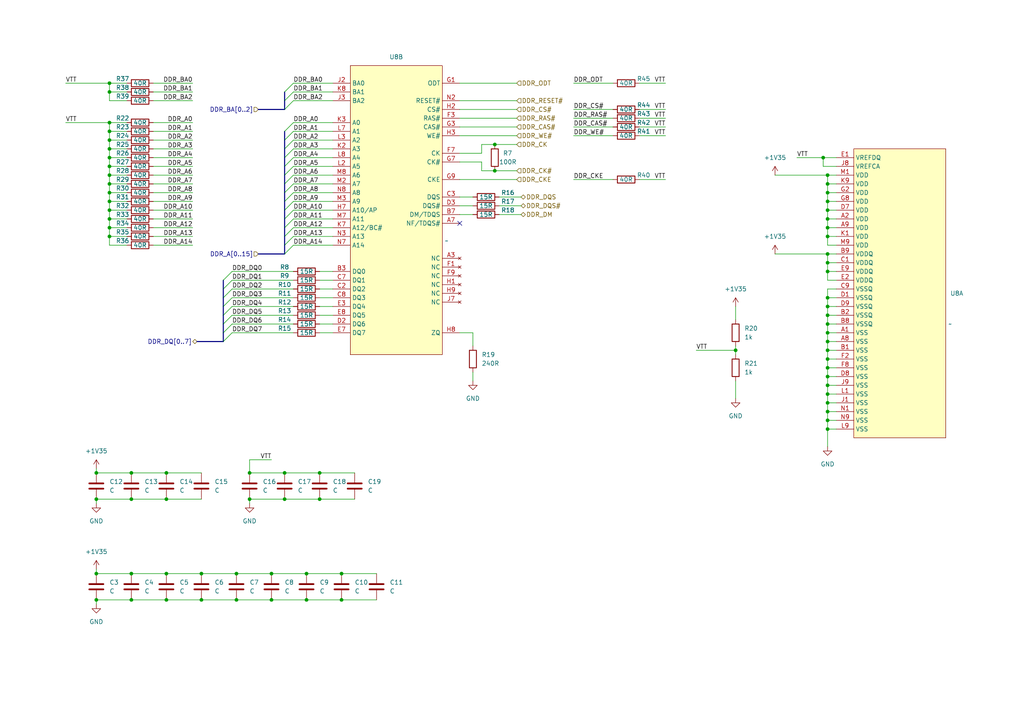
<source format=kicad_sch>
(kicad_sch (version 20230121) (generator eeschema)
  (paper "A4")
  (lib_symbols
    (symbol "Device:C" (pin_numbers hide) (pin_names (offset 0.254))
      (property "Reference" "C" (at 0.635 2.54 0))
      (property "Value" "C" (at 0.635 -2.54 0))
      (symbol "C_0_1"
        (polyline (pts (xy -2.032 -0.762) (xy 2.032 -0.762)) (stroke (width 0.508)))
        (polyline (pts (xy -2.032 0.762) (xy 2.032 0.762)) (stroke (width 0.508)))
      )
      (symbol "C_1_1"
        (pin passive line (at 0 3.81 270) (length 2.794) (name "~") (number "1"))
        (pin passive line (at 0 -3.81 90) (length 2.794) (name "~") (number "2"))
      )
    )
    (symbol "Device:R" (pin_numbers hide) (pin_names (offset 0))
      (property "Reference" "R" (at 2.032 0 90))
      (property "Value" "R" (at 0 0 90))
      (symbol "R_0_1"
        (rectangle (start -1.016 -2.54) (end 1.016 2.54) (stroke (width 0.254)))
      )
      (symbol "R_1_1"
        (pin passive line (at 0 3.81 270) (length 1.27) (name "~") (number "1"))
        (pin passive line (at 0 -3.81 90) (length 1.27) (name "~") (number "2"))
      )
    )
    (symbol "IC:MT41K256M8DA"
      (property "Reference" "U" (at 1.27 1.27 0))
      (symbol "MT41K256M8DA_0_1"
        (rectangle (start 0 0) (end 26.67 -83.82) (fill (type background)))
      )
      (symbol "MT41K256M8DA_1_1"
        (unit_name "POWER")
        (pin passive line (at -5.08 -53.34 0) (length 5.08) (name "VSS") (number "A1"))
        (pin power_in line (at -5.08 -20.32 0) (length 5.08) (name "VDD") (number "A2"))
        (pin passive line (at -5.08 -55.88 0) (length 5.08) (name "VSS") (number "A8"))
        (pin power_in line (at -5.08 -22.86 0) (length 5.08) (name "VDD") (number "A9"))
        (pin passive line (at -5.08 -58.42 0) (length 5.08) (name "VSS") (number "B1"))
        (pin passive line (at -5.08 -48.26 0) (length 5.08) (name "VSSQ") (number "B2"))
        (pin passive line (at -5.08 -50.8 0) (length 5.08) (name "VSSQ") (number "B8"))
        (pin power_in line (at -5.08 -30.48 0) (length 5.08) (name "VDDQ") (number "B9"))
        (pin power_in line (at -5.08 -33.02 0) (length 5.08) (name "VDDQ") (number "C1"))
        (pin passive line (at -5.08 -40.64 0) (length 5.08) (name "VSSQ") (number "C9"))
        (pin passive line (at -5.08 -43.18 0) (length 5.08) (name "VSSQ") (number "D1"))
        (pin power_in line (at -5.08 -17.78 0) (length 5.08) (name "VDD") (number "D7"))
        (pin passive line (at -5.08 -66.04 0) (length 5.08) (name "VSS") (number "D8"))
        (pin passive line (at -5.08 -45.72 0) (length 5.08) (name "VSSQ") (number "D9"))
        (pin input line (at -5.08 -2.54 0) (length 5.08) (name "VREFDQ") (number "E1"))
        (pin power_in line (at -5.08 -38.1 0) (length 5.08) (name "VDDQ") (number "E2"))
        (pin power_in line (at -5.08 -35.56 0) (length 5.08) (name "VDDQ") (number "E9"))
        (pin passive line (at -5.08 -60.96 0) (length 5.08) (name "VSS") (number "F2"))
        (pin passive line (at -5.08 -63.5 0) (length 5.08) (name "VSS") (number "F8"))
        (pin power_in line (at -5.08 -12.7 0) (length 5.08) (name "VDD") (number "G2"))
        (pin power_in line (at -5.08 -15.24 0) (length 5.08) (name "VDD") (number "G8"))
        (pin passive line (at -5.08 -73.66 0) (length 5.08) (name "VSS") (number "J1"))
        (pin input line (at -5.08 -5.08 0) (length 5.08) (name "VREFCA") (number "J8"))
        (pin passive line (at -5.08 -68.58 0) (length 5.08) (name "VSS") (number "J9"))
        (pin power_in line (at -5.08 -25.4 0) (length 5.08) (name "VDD") (number "K1"))
        (pin power_in line (at -5.08 -10.16 0) (length 5.08) (name "VDD") (number "K9"))
        (pin passive line (at -5.08 -71.12 0) (length 5.08) (name "VSS") (number "L1"))
        (pin passive line (at -5.08 -81.28 0) (length 5.08) (name "VSS") (number "L9"))
        (pin power_in line (at -5.08 -7.62 0) (length 5.08) (name "VDD") (number "M1"))
        (pin power_in line (at -5.08 -27.94 0) (length 5.08) (name "VDD") (number "M9"))
        (pin passive line (at -5.08 -76.2 0) (length 5.08) (name "VSS") (number "N1"))
        (pin passive line (at -5.08 -78.74 0) (length 5.08) (name "VSS") (number "N9"))
      )
      (symbol "MT41K256M8DA_2_1"
        (unit_name "DATA_CONTROL")
        (pin no_connect line (at 31.75 -55.88 180) (length 5.08) (name "NC") (number "A3"))
        (pin bidirectional line (at 31.75 -45.72 180) (length 5.08) (name "NF/TDQS#") (number "A7"))
        (pin bidirectional line (at -5.08 -59.69 0) (length 5.08) (name "DQ0") (number "B3"))
        (pin bidirectional line (at 31.75 -43.18 180) (length 5.08) (name "DM/TDQS") (number "B7"))
        (pin bidirectional line (at -5.08 -64.77 0) (length 5.08) (name "DQ2") (number "C2"))
        (pin bidirectional line (at 31.75 -38.1 180) (length 5.08) (name "DQS") (number "C3"))
        (pin bidirectional line (at -5.08 -62.23 0) (length 5.08) (name "DQ1") (number "C7"))
        (pin bidirectional line (at -5.08 -67.31 0) (length 5.08) (name "DQ3") (number "C8"))
        (pin bidirectional line (at -5.08 -74.93 0) (length 5.08) (name "DQ6") (number "D2"))
        (pin bidirectional line (at 31.75 -40.64 180) (length 5.08) (name "DQS#") (number "D3"))
        (pin bidirectional line (at -5.08 -69.85 0) (length 5.08) (name "DQ4") (number "E3"))
        (pin bidirectional line (at -5.08 -77.47 0) (length 5.08) (name "DQ7") (number "E7"))
        (pin bidirectional line (at -5.08 -72.39 0) (length 5.08) (name "DQ5") (number "E8"))
        (pin no_connect line (at 31.75 -58.42 180) (length 5.08) (name "NC") (number "F1"))
        (pin input line (at 31.75 -15.24 180) (length 5.08) (name "RAS#") (number "F3"))
        (pin input line (at 31.75 -25.4 180) (length 5.08) (name "CK") (number "F7"))
        (pin no_connect line (at 31.75 -60.96 180) (length 5.08) (name "NC") (number "F9"))
        (pin passive line (at 31.75 -5.08 180) (length 5.08) (name "ODT") (number "G1"))
        (pin input line (at 31.75 -17.78 180) (length 5.08) (name "CAS#") (number "G3"))
        (pin input line (at 31.75 -27.94 180) (length 5.08) (name "CK#") (number "G7"))
        (pin input line (at 31.75 -33.02 180) (length 5.08) (name "CKE") (number "G9"))
        (pin no_connect line (at 31.75 -63.5 180) (length 5.08) (name "NC") (number "H1"))
        (pin input line (at 31.75 -12.7 180) (length 5.08) (name "CS#") (number "H2"))
        (pin input line (at 31.75 -20.32 180) (length 5.08) (name "WE#") (number "H3"))
        (pin input line (at -5.08 -41.91 0) (length 5.08) (name "A10/AP") (number "H7"))
        (pin passive line (at 31.75 -77.47 180) (length 5.08) (name "ZQ") (number "H8"))
        (pin no_connect line (at 31.75 -66.04 180) (length 5.08) (name "NC") (number "H9"))
        (pin input line (at -5.08 -5.08 0) (length 5.08) (name "BA0") (number "J2"))
        (pin input line (at -5.08 -10.16 0) (length 5.08) (name "BA2") (number "J3"))
        (pin no_connect line (at 31.75 -68.58 180) (length 5.08) (name "NC") (number "J7"))
        (pin input line (at -5.08 -24.13 0) (length 5.08) (name "A3") (number "K2"))
        (pin input line (at -5.08 -16.51 0) (length 5.08) (name "A0") (number "K3"))
        (pin input line (at -5.08 -46.99 0) (length 5.08) (name "A12/BC#") (number "K7"))
        (pin input line (at -5.08 -7.62 0) (length 5.08) (name "BA1") (number "K8"))
        (pin input line (at -5.08 -29.21 0) (length 5.08) (name "A5") (number "L2"))
        (pin input line (at -5.08 -21.59 0) (length 5.08) (name "A2") (number "L3"))
        (pin input line (at -5.08 -19.05 0) (length 5.08) (name "A1") (number "L7"))
        (pin input line (at -5.08 -26.67 0) (length 5.08) (name "A4") (number "L8"))
        (pin input line (at -5.08 -34.29 0) (length 5.08) (name "A7") (number "M2"))
        (pin input line (at -5.08 -39.37 0) (length 5.08) (name "A9") (number "M3"))
        (pin input line (at -5.08 -44.45 0) (length 5.08) (name "A11") (number "M7"))
        (pin input line (at -5.08 -31.75 0) (length 5.08) (name "A6") (number "M8"))
        (pin input line (at 31.75 -10.16 180) (length 5.08) (name "RESET#") (number "N2"))
        (pin input line (at -5.08 -49.53 0) (length 5.08) (name "A13") (number "N3"))
        (pin input line (at -5.08 -52.07 0) (length 5.08) (name "A14") (number "N7"))
        (pin input line (at -5.08 -36.83 0) (length 5.08) (name "A8") (number "N8"))
      )
    )
    (symbol "power:+1V35" (power) (pin_names (offset 0))
      (property "Value" "+1V35" (at 0 3.556 0))
      (symbol "+1V35_0_1"
        (polyline (pts (xy -0.762 1.27) (xy 0 2.54)))
        (polyline (pts (xy 0 0) (xy 0 2.54)))
        (polyline (pts (xy 0 2.54) (xy 0.762 1.27)))
      )
      (symbol "+1V35_1_1"
        (pin power_in line (at 0 0 90) (length 0) hide (name "+1V35") (number "1"))
      )
    )
    (symbol "power:GND" (power) (pin_names (offset 0))
      (property "Value" "GND" (at 0 -3.81 0))
      (symbol "GND_0_1"
        (polyline (pts (xy 0 0) (xy 0 -1.27) (xy 1.27 -1.27) (xy 0 -2.54) (xy -1.27 -1.27) (xy 0 -1.27)))
      )
      (symbol "GND_1_1"
        (pin power_in line (at 0 0 270) (length 0) hide (name "GND") (number "1"))
      )
    )
  )
  (junction (at 31.75 63.5))
  (junction (at 38.1 137.16))
  (junction (at 240.03 66.04))
  (junction (at 72.39 144.78))
  (junction (at 240.03 96.52))
  (junction (at 92.71 137.16))
  (junction (at 31.75 40.64))
  (junction (at 240.03 63.5))
  (junction (at 240.03 53.34))
  (junction (at 82.55 144.78))
  (junction (at 240.03 109.22))
  (junction (at 213.36 101.6))
  (junction (at 240.03 55.88))
  (junction (at 240.03 78.74))
  (junction (at 48.26 137.16))
  (junction (at 240.03 121.92))
  (junction (at 240.03 114.3))
  (junction (at 240.03 76.2))
  (junction (at 31.75 50.8))
  (junction (at 240.03 124.46))
  (junction (at 48.26 144.78))
  (junction (at 240.03 68.58))
  (junction (at 31.75 38.1))
  (junction (at 240.03 58.42))
  (junction (at 238.76 45.72))
  (junction (at 240.03 50.8))
  (junction (at 31.75 24.13))
  (junction (at 31.75 60.96))
  (junction (at 31.75 55.88))
  (junction (at 31.75 58.42))
  (junction (at 38.1 173.99))
  (junction (at 78.74 173.99))
  (junction (at 48.26 166.37))
  (junction (at 27.94 137.16))
  (junction (at 240.03 99.06))
  (junction (at 31.75 26.67))
  (junction (at 78.74 166.37))
  (junction (at 38.1 144.78))
  (junction (at 88.9 173.99))
  (junction (at 31.75 68.58))
  (junction (at 68.58 173.99))
  (junction (at 240.03 119.38))
  (junction (at 240.03 101.6))
  (junction (at 240.03 116.84))
  (junction (at 99.06 173.99))
  (junction (at 31.75 48.26))
  (junction (at 38.1 166.37))
  (junction (at 58.42 166.37))
  (junction (at 82.55 137.16))
  (junction (at 48.26 173.99))
  (junction (at 240.03 111.76))
  (junction (at 240.03 60.96))
  (junction (at 31.75 53.34))
  (junction (at 27.94 173.99))
  (junction (at 240.03 88.9))
  (junction (at 240.03 104.14))
  (junction (at 58.42 173.99))
  (junction (at 31.75 43.18))
  (junction (at 88.9 166.37))
  (junction (at 68.58 166.37))
  (junction (at 27.94 166.37))
  (junction (at 240.03 93.98))
  (junction (at 99.06 166.37))
  (junction (at 143.51 41.91))
  (junction (at 72.39 137.16))
  (junction (at 31.75 45.72))
  (junction (at 240.03 86.36))
  (junction (at 27.94 144.78))
  (junction (at 143.51 49.53))
  (junction (at 31.75 66.04))
  (junction (at 240.03 106.68))
  (junction (at 240.03 91.44))
  (junction (at 31.75 35.56))
  (junction (at 92.71 144.78))
  (junction (at 240.03 73.66))
  (no_connect (at 133.35 64.77))
  (bus_entry (at 85.09 60.96) (size -2.54 2.54))
  (bus_entry (at 85.09 43.18) (size -2.54 2.54))
  (bus_entry (at 85.09 68.58) (size -2.54 2.54))
  (bus_entry (at 85.09 53.34) (size -2.54 2.54))
  (bus_entry (at 85.09 45.72) (size -2.54 2.54))
  (bus_entry (at 85.09 40.64) (size -2.54 2.54))
  (bus_entry (at 64.77 93.98) (size 2.54 -2.54))
  (bus_entry (at 85.09 71.12) (size -2.54 2.54))
  (bus_entry (at 85.09 29.21) (size -2.54 2.54))
  (bus_entry (at 85.09 48.26) (size -2.54 2.54))
  (bus_entry (at 85.09 26.67) (size -2.54 2.54))
  (bus_entry (at 85.09 24.13) (size -2.54 2.54))
  (bus_entry (at 64.77 88.9) (size 2.54 -2.54))
  (bus_entry (at 85.09 55.88) (size -2.54 2.54))
  (bus_entry (at 85.09 58.42) (size -2.54 2.54))
  (bus_entry (at 85.09 50.8) (size -2.54 2.54))
  (bus_entry (at 85.09 38.1) (size -2.54 2.54))
  (bus_entry (at 85.09 63.5) (size -2.54 2.54))
  (bus_entry (at 64.77 91.44) (size 2.54 -2.54))
  (bus_entry (at 64.77 81.28) (size 2.54 -2.54))
  (bus_entry (at 64.77 99.06) (size 2.54 -2.54))
  (bus_entry (at 64.77 96.52) (size 2.54 -2.54))
  (bus_entry (at 64.77 83.82) (size 2.54 -2.54))
  (bus_entry (at 85.09 66.04) (size -2.54 2.54))
  (bus_entry (at 64.77 86.36) (size 2.54 -2.54))
  (bus_entry (at 85.09 35.56) (size -2.54 2.54))
  (wire (pts (xy 85.09 26.67) (xy 96.52 26.67)))
  (wire (pts (xy 67.31 96.52) (xy 85.09 96.52)))
  (wire (pts (xy 27.94 173.99) (xy 38.1 173.99)))
  (bus (pts (xy 64.77 86.36) (xy 64.77 88.9)))
  (wire (pts (xy 92.71 83.82) (xy 96.52 83.82)))
  (wire (pts (xy 31.75 38.1) (xy 31.75 40.64)))
  (wire (pts (xy 82.55 137.16) (xy 92.71 137.16)))
  (wire (pts (xy 240.03 68.58) (xy 242.57 68.58)))
  (wire (pts (xy 55.88 40.64) (xy 44.45 40.64)))
  (wire (pts (xy 240.03 50.8) (xy 242.57 50.8)))
  (bus (pts (xy 82.55 63.5) (xy 82.55 66.04)))
  (wire (pts (xy 224.79 73.66) (xy 240.03 73.66)))
  (wire (pts (xy 31.75 40.64) (xy 31.75 43.18)))
  (wire (pts (xy 139.7 41.91) (xy 143.51 41.91)))
  (wire (pts (xy 133.35 39.37) (xy 149.86 39.37)))
  (wire (pts (xy 31.75 68.58) (xy 36.83 68.58)))
  (wire (pts (xy 240.03 93.98) (xy 242.57 93.98)))
  (bus (pts (xy 82.55 29.21) (xy 82.55 31.75)))
  (wire (pts (xy 55.88 50.8) (xy 44.45 50.8)))
  (wire (pts (xy 240.03 63.5) (xy 240.03 60.96)))
  (wire (pts (xy 133.35 44.45) (xy 139.7 44.45)))
  (wire (pts (xy 137.16 57.15) (xy 133.35 57.15)))
  (wire (pts (xy 240.03 86.36) (xy 240.03 83.82)))
  (wire (pts (xy 85.09 43.18) (xy 96.52 43.18)))
  (wire (pts (xy 27.94 144.78) (xy 38.1 144.78)))
  (wire (pts (xy 27.94 173.99) (xy 27.94 175.26)))
  (wire (pts (xy 242.57 73.66) (xy 240.03 73.66)))
  (wire (pts (xy 92.71 88.9) (xy 96.52 88.9)))
  (bus (pts (xy 74.93 31.75) (xy 82.55 31.75)))
  (wire (pts (xy 144.78 57.15) (xy 151.13 57.15)))
  (wire (pts (xy 67.31 93.98) (xy 85.09 93.98)))
  (bus (pts (xy 64.77 88.9) (xy 64.77 91.44)))
  (bus (pts (xy 82.55 40.64) (xy 82.55 43.18)))
  (wire (pts (xy 31.75 43.18) (xy 31.75 45.72)))
  (wire (pts (xy 201.93 101.6) (xy 213.36 101.6)))
  (wire (pts (xy 240.03 109.22) (xy 240.03 106.68)))
  (wire (pts (xy 139.7 49.53) (xy 143.51 49.53)))
  (wire (pts (xy 85.09 35.56) (xy 96.52 35.56)))
  (wire (pts (xy 31.75 48.26) (xy 36.83 48.26)))
  (wire (pts (xy 240.03 104.14) (xy 240.03 101.6)))
  (wire (pts (xy 85.09 53.34) (xy 96.52 53.34)))
  (wire (pts (xy 238.76 48.26) (xy 242.57 48.26)))
  (wire (pts (xy 240.03 71.12) (xy 240.03 68.58)))
  (wire (pts (xy 85.09 60.96) (xy 96.52 60.96)))
  (wire (pts (xy 55.88 48.26) (xy 44.45 48.26)))
  (wire (pts (xy 58.42 173.99) (xy 68.58 173.99)))
  (wire (pts (xy 240.03 88.9) (xy 240.03 86.36)))
  (wire (pts (xy 240.03 101.6) (xy 242.57 101.6)))
  (wire (pts (xy 240.03 60.96) (xy 242.57 60.96)))
  (wire (pts (xy 48.26 166.37) (xy 58.42 166.37)))
  (wire (pts (xy 55.88 26.67) (xy 44.45 26.67)))
  (wire (pts (xy 133.35 31.75) (xy 149.86 31.75)))
  (bus (pts (xy 82.55 66.04) (xy 82.55 68.58)))
  (wire (pts (xy 213.36 100.33) (xy 213.36 101.6)))
  (wire (pts (xy 38.1 144.78) (xy 48.26 144.78)))
  (wire (pts (xy 72.39 133.35) (xy 72.39 137.16)))
  (wire (pts (xy 31.75 45.72) (xy 36.83 45.72)))
  (wire (pts (xy 240.03 114.3) (xy 242.57 114.3)))
  (wire (pts (xy 55.88 66.04) (xy 44.45 66.04)))
  (bus (pts (xy 74.93 73.66) (xy 82.55 73.66)))
  (wire (pts (xy 240.03 119.38) (xy 242.57 119.38)))
  (wire (pts (xy 137.16 107.95) (xy 137.16 110.49)))
  (wire (pts (xy 240.03 76.2) (xy 240.03 73.66)))
  (wire (pts (xy 133.35 46.99) (xy 139.7 46.99)))
  (wire (pts (xy 240.03 81.28) (xy 242.57 81.28)))
  (bus (pts (xy 64.77 83.82) (xy 64.77 86.36)))
  (wire (pts (xy 224.79 50.8) (xy 240.03 50.8)))
  (wire (pts (xy 139.7 46.99) (xy 139.7 49.53)))
  (wire (pts (xy 67.31 91.44) (xy 85.09 91.44)))
  (wire (pts (xy 55.88 35.56) (xy 44.45 35.56)))
  (wire (pts (xy 240.03 66.04) (xy 242.57 66.04)))
  (wire (pts (xy 240.03 58.42) (xy 242.57 58.42)))
  (wire (pts (xy 31.75 50.8) (xy 36.83 50.8)))
  (wire (pts (xy 55.88 43.18) (xy 44.45 43.18)))
  (wire (pts (xy 55.88 68.58) (xy 44.45 68.58)))
  (wire (pts (xy 27.94 137.16) (xy 38.1 137.16)))
  (wire (pts (xy 31.75 55.88) (xy 36.83 55.88)))
  (wire (pts (xy 31.75 48.26) (xy 31.75 50.8)))
  (wire (pts (xy 240.03 116.84) (xy 240.03 114.3)))
  (wire (pts (xy 240.03 66.04) (xy 240.03 63.5)))
  (wire (pts (xy 166.37 39.37) (xy 177.8 39.37)))
  (wire (pts (xy 240.03 68.58) (xy 240.03 66.04)))
  (wire (pts (xy 31.75 66.04) (xy 31.75 68.58)))
  (wire (pts (xy 88.9 166.37) (xy 99.06 166.37)))
  (wire (pts (xy 240.03 121.92) (xy 240.03 119.38)))
  (wire (pts (xy 31.75 38.1) (xy 36.83 38.1)))
  (wire (pts (xy 133.35 34.29) (xy 149.86 34.29)))
  (wire (pts (xy 31.75 35.56) (xy 31.75 38.1)))
  (wire (pts (xy 240.03 60.96) (xy 240.03 58.42)))
  (wire (pts (xy 58.42 166.37) (xy 68.58 166.37)))
  (bus (pts (xy 82.55 26.67) (xy 82.55 29.21)))
  (bus (pts (xy 82.55 58.42) (xy 82.55 60.96)))
  (wire (pts (xy 240.03 93.98) (xy 240.03 91.44)))
  (wire (pts (xy 85.09 38.1) (xy 96.52 38.1)))
  (wire (pts (xy 67.31 83.82) (xy 85.09 83.82)))
  (wire (pts (xy 240.03 99.06) (xy 242.57 99.06)))
  (wire (pts (xy 55.88 60.96) (xy 44.45 60.96)))
  (wire (pts (xy 55.88 38.1) (xy 44.45 38.1)))
  (wire (pts (xy 67.31 86.36) (xy 85.09 86.36)))
  (wire (pts (xy 133.35 29.21) (xy 149.86 29.21)))
  (wire (pts (xy 240.03 124.46) (xy 240.03 121.92)))
  (wire (pts (xy 240.03 96.52) (xy 242.57 96.52)))
  (wire (pts (xy 27.94 135.89) (xy 27.94 137.16)))
  (wire (pts (xy 31.75 71.12) (xy 36.83 71.12)))
  (wire (pts (xy 55.88 58.42) (xy 44.45 58.42)))
  (bus (pts (xy 64.77 96.52) (xy 64.77 99.06)))
  (wire (pts (xy 88.9 173.99) (xy 99.06 173.99)))
  (wire (pts (xy 240.03 96.52) (xy 240.03 93.98)))
  (bus (pts (xy 82.55 71.12) (xy 82.55 73.66)))
  (wire (pts (xy 55.88 55.88) (xy 44.45 55.88)))
  (wire (pts (xy 55.88 29.21) (xy 44.45 29.21)))
  (wire (pts (xy 85.09 55.88) (xy 96.52 55.88)))
  (wire (pts (xy 213.36 101.6) (xy 213.36 102.87)))
  (wire (pts (xy 55.88 53.34) (xy 44.45 53.34)))
  (bus (pts (xy 82.55 43.18) (xy 82.55 45.72)))
  (wire (pts (xy 31.75 55.88) (xy 31.75 58.42)))
  (wire (pts (xy 85.09 58.42) (xy 96.52 58.42)))
  (wire (pts (xy 72.39 144.78) (xy 82.55 144.78)))
  (wire (pts (xy 193.04 24.13) (xy 185.42 24.13)))
  (wire (pts (xy 240.03 121.92) (xy 242.57 121.92)))
  (wire (pts (xy 240.03 55.88) (xy 240.03 53.34)))
  (wire (pts (xy 48.26 144.78) (xy 58.42 144.78)))
  (wire (pts (xy 68.58 173.99) (xy 78.74 173.99)))
  (wire (pts (xy 240.03 83.82) (xy 242.57 83.82)))
  (wire (pts (xy 31.75 58.42) (xy 31.75 60.96)))
  (bus (pts (xy 64.77 81.28) (xy 64.77 83.82)))
  (wire (pts (xy 240.03 124.46) (xy 242.57 124.46)))
  (wire (pts (xy 38.1 166.37) (xy 48.26 166.37)))
  (wire (pts (xy 240.03 55.88) (xy 242.57 55.88)))
  (wire (pts (xy 240.03 76.2) (xy 242.57 76.2)))
  (wire (pts (xy 31.75 53.34) (xy 36.83 53.34)))
  (wire (pts (xy 78.74 166.37) (xy 88.9 166.37)))
  (wire (pts (xy 99.06 166.37) (xy 109.22 166.37)))
  (wire (pts (xy 92.71 137.16) (xy 102.87 137.16)))
  (wire (pts (xy 31.75 43.18) (xy 36.83 43.18)))
  (wire (pts (xy 143.51 49.53) (xy 149.86 49.53)))
  (wire (pts (xy 240.03 53.34) (xy 242.57 53.34)))
  (wire (pts (xy 240.03 63.5) (xy 242.57 63.5)))
  (wire (pts (xy 139.7 44.45) (xy 139.7 41.91)))
  (wire (pts (xy 82.55 144.78) (xy 92.71 144.78)))
  (wire (pts (xy 31.75 66.04) (xy 36.83 66.04)))
  (wire (pts (xy 27.94 166.37) (xy 38.1 166.37)))
  (wire (pts (xy 31.75 40.64) (xy 36.83 40.64)))
  (wire (pts (xy 85.09 68.58) (xy 96.52 68.58)))
  (wire (pts (xy 133.35 36.83) (xy 149.86 36.83)))
  (wire (pts (xy 213.36 110.49) (xy 213.36 115.57)))
  (wire (pts (xy 19.05 24.13) (xy 31.75 24.13)))
  (wire (pts (xy 240.03 119.38) (xy 240.03 116.84)))
  (wire (pts (xy 31.75 29.21) (xy 36.83 29.21)))
  (wire (pts (xy 72.39 144.78) (xy 72.39 146.05)))
  (wire (pts (xy 240.03 99.06) (xy 240.03 96.52)))
  (wire (pts (xy 240.03 91.44) (xy 240.03 88.9)))
  (wire (pts (xy 143.51 41.91) (xy 149.86 41.91)))
  (wire (pts (xy 68.58 166.37) (xy 78.74 166.37)))
  (bus (pts (xy 82.55 68.58) (xy 82.55 71.12)))
  (wire (pts (xy 85.09 66.04) (xy 96.52 66.04)))
  (bus (pts (xy 82.55 38.1) (xy 82.55 40.64)))
  (wire (pts (xy 144.78 59.69) (xy 151.13 59.69)))
  (wire (pts (xy 85.09 45.72) (xy 96.52 45.72)))
  (wire (pts (xy 31.75 45.72) (xy 31.75 48.26)))
  (wire (pts (xy 85.09 71.12) (xy 96.52 71.12)))
  (wire (pts (xy 166.37 34.29) (xy 177.8 34.29)))
  (wire (pts (xy 166.37 31.75) (xy 177.8 31.75)))
  (wire (pts (xy 55.88 71.12) (xy 44.45 71.12)))
  (wire (pts (xy 213.36 88.9) (xy 213.36 92.71)))
  (wire (pts (xy 133.35 96.52) (xy 137.16 96.52)))
  (wire (pts (xy 31.75 68.58) (xy 31.75 71.12)))
  (wire (pts (xy 85.09 29.21) (xy 96.52 29.21)))
  (wire (pts (xy 137.16 96.52) (xy 137.16 100.33)))
  (wire (pts (xy 38.1 173.99) (xy 48.26 173.99)))
  (wire (pts (xy 240.03 124.46) (xy 240.03 129.54)))
  (wire (pts (xy 240.03 86.36) (xy 242.57 86.36)))
  (wire (pts (xy 31.75 26.67) (xy 36.83 26.67)))
  (wire (pts (xy 240.03 101.6) (xy 240.03 99.06)))
  (wire (pts (xy 55.88 63.5) (xy 44.45 63.5)))
  (wire (pts (xy 85.09 63.5) (xy 96.52 63.5)))
  (wire (pts (xy 133.35 52.07) (xy 149.86 52.07)))
  (bus (pts (xy 82.55 60.96) (xy 82.55 63.5)))
  (wire (pts (xy 67.31 78.74) (xy 85.09 78.74)))
  (wire (pts (xy 238.76 45.72) (xy 238.76 48.26)))
  (wire (pts (xy 193.04 39.37) (xy 185.42 39.37)))
  (wire (pts (xy 85.09 50.8) (xy 96.52 50.8)))
  (wire (pts (xy 85.09 48.26) (xy 96.52 48.26)))
  (wire (pts (xy 92.71 86.36) (xy 96.52 86.36)))
  (wire (pts (xy 240.03 78.74) (xy 242.57 78.74)))
  (bus (pts (xy 82.55 50.8) (xy 82.55 53.34)))
  (wire (pts (xy 242.57 106.68) (xy 240.03 106.68)))
  (wire (pts (xy 99.06 173.99) (xy 109.22 173.99)))
  (wire (pts (xy 133.35 24.13) (xy 149.86 24.13)))
  (wire (pts (xy 193.04 52.07) (xy 185.42 52.07)))
  (wire (pts (xy 31.75 58.42) (xy 36.83 58.42)))
  (wire (pts (xy 48.26 173.99) (xy 58.42 173.99)))
  (wire (pts (xy 240.03 78.74) (xy 240.03 76.2)))
  (wire (pts (xy 27.94 144.78) (xy 27.94 146.05)))
  (wire (pts (xy 92.71 96.52) (xy 96.52 96.52)))
  (wire (pts (xy 55.88 45.72) (xy 44.45 45.72)))
  (wire (pts (xy 240.03 114.3) (xy 240.03 111.76)))
  (wire (pts (xy 166.37 36.83) (xy 177.8 36.83)))
  (wire (pts (xy 240.03 111.76) (xy 242.57 111.76)))
  (wire (pts (xy 31.75 60.96) (xy 36.83 60.96)))
  (wire (pts (xy 85.09 24.13) (xy 96.52 24.13)))
  (wire (pts (xy 31.75 63.5) (xy 31.75 66.04)))
  (wire (pts (xy 137.16 62.23) (xy 133.35 62.23)))
  (wire (pts (xy 240.03 106.68) (xy 240.03 104.14)))
  (wire (pts (xy 92.71 144.78) (xy 102.87 144.78)))
  (wire (pts (xy 238.76 45.72) (xy 242.57 45.72)))
  (wire (pts (xy 240.03 104.14) (xy 242.57 104.14)))
  (wire (pts (xy 240.03 71.12) (xy 242.57 71.12)))
  (wire (pts (xy 144.78 62.23) (xy 151.13 62.23)))
  (wire (pts (xy 137.16 59.69) (xy 133.35 59.69)))
  (wire (pts (xy 55.88 24.13) (xy 44.45 24.13)))
  (wire (pts (xy 67.31 88.9) (xy 85.09 88.9)))
  (wire (pts (xy 92.71 78.74) (xy 96.52 78.74)))
  (wire (pts (xy 19.05 35.56) (xy 31.75 35.56)))
  (wire (pts (xy 240.03 109.22) (xy 242.57 109.22)))
  (wire (pts (xy 166.37 52.07) (xy 177.8 52.07)))
  (wire (pts (xy 92.71 91.44) (xy 96.52 91.44)))
  (wire (pts (xy 240.03 53.34) (xy 240.03 50.8)))
  (wire (pts (xy 31.75 63.5) (xy 36.83 63.5)))
  (wire (pts (xy 31.75 24.13) (xy 36.83 24.13)))
  (wire (pts (xy 31.75 50.8) (xy 31.75 53.34)))
  (bus (pts (xy 64.77 93.98) (xy 64.77 96.52)))
  (wire (pts (xy 31.75 53.34) (xy 31.75 55.88)))
  (wire (pts (xy 31.75 24.13) (xy 31.75 26.67)))
  (bus (pts (xy 64.77 91.44) (xy 64.77 93.98)))
  (wire (pts (xy 72.39 133.35) (xy 78.74 133.35)))
  (wire (pts (xy 166.37 24.13) (xy 177.8 24.13)))
  (wire (pts (xy 67.31 81.28) (xy 85.09 81.28)))
  (wire (pts (xy 31.75 26.67) (xy 31.75 29.21)))
  (wire (pts (xy 38.1 137.16) (xy 48.26 137.16)))
  (bus (pts (xy 82.55 45.72) (xy 82.55 48.26)))
  (wire (pts (xy 48.26 137.16) (xy 58.42 137.16)))
  (bus (pts (xy 82.55 55.88) (xy 82.55 58.42)))
  (wire (pts (xy 31.75 35.56) (xy 36.83 35.56)))
  (wire (pts (xy 72.39 137.16) (xy 82.55 137.16)))
  (bus (pts (xy 82.55 48.26) (xy 82.55 50.8)))
  (wire (pts (xy 31.75 60.96) (xy 31.75 63.5)))
  (wire (pts (xy 240.03 91.44) (xy 242.57 91.44)))
  (wire (pts (xy 193.04 36.83) (xy 185.42 36.83)))
  (wire (pts (xy 85.09 40.64) (xy 96.52 40.64)))
  (wire (pts (xy 78.74 173.99) (xy 88.9 173.99)))
  (wire (pts (xy 240.03 88.9) (xy 242.57 88.9)))
  (wire (pts (xy 92.71 93.98) (xy 96.52 93.98)))
  (wire (pts (xy 231.14 45.72) (xy 238.76 45.72)))
  (bus (pts (xy 57.15 99.06) (xy 64.77 99.06)))
  (wire (pts (xy 193.04 31.75) (xy 185.42 31.75)))
  (wire (pts (xy 92.71 81.28) (xy 96.52 81.28)))
  (bus (pts (xy 82.55 53.34) (xy 82.55 55.88)))
  (wire (pts (xy 240.03 81.28) (xy 240.03 78.74)))
  (wire (pts (xy 27.94 165.1) (xy 27.94 166.37)))
  (wire (pts (xy 240.03 111.76) (xy 240.03 109.22)))
  (wire (pts (xy 240.03 58.42) (xy 240.03 55.88)))
  (wire (pts (xy 240.03 116.84) (xy 242.57 116.84)))
  (wire (pts (xy 193.04 34.29) (xy 185.42 34.29)))
  (label "DDR_DQ6" (at 67.31 93.98 0))
  (label "DDR_A9" (at 55.88 58.42 180))
  (label "DDR_A0" (at 55.88 35.56 180))
  (label "DDR_A11" (at 55.88 63.5 180))
  (label "DDR_A6" (at 55.88 50.8 180))
  (label "DDR_A12" (at 85.09 66.04 0))
  (label "VTT" (at 19.05 35.56 0))
  (label "DDR_A13" (at 85.09 68.58 0))
  (label "DDR_CAS#" (at 166.37 36.83 0))
  (label "DDR_A5" (at 55.88 48.26 180))
  (label "VTT" (at 201.93 101.6 0))
  (label "VTT" (at 78.74 133.35 180))
  (label "DDR_A14" (at 85.09 71.12 0))
  (label "DDR_CS#" (at 166.37 31.75 0))
  (label "DDR_A8" (at 55.88 55.88 180))
  (label "DDR_A6" (at 85.09 50.8 0))
  (label "DDR_A10" (at 55.88 60.96 180))
  (label "DDR_A7" (at 55.88 53.34 180))
  (label "DDR_A2" (at 55.88 40.64 180))
  (label "DDR_A11" (at 85.09 63.5 0))
  (label "VTT" (at 193.04 39.37 180))
  (label "DDR_DQ3" (at 67.31 86.36 0))
  (label "DDR_DQ4" (at 67.31 88.9 0))
  (label "DDR_A0" (at 85.09 35.56 0))
  (label "DDR_CKE" (at 166.37 52.07 0))
  (label "DDR_A2" (at 85.09 40.64 0))
  (label "DDR_BA1" (at 55.88 26.67 180))
  (label "DDR_ODT" (at 166.37 24.13 0))
  (label "DDR_WE#" (at 166.37 39.37 0))
  (label "DDR_A5" (at 85.09 48.26 0))
  (label "DDR_DQ7" (at 67.31 96.52 0))
  (label "DDR_BA2" (at 85.09 29.21 0))
  (label "DDR_A13" (at 55.88 68.58 180))
  (label "DDR_A8" (at 85.09 55.88 0))
  (label "DDR_BA1" (at 85.09 26.67 0))
  (label "DDR_DQ0" (at 67.31 78.74 0))
  (label "DDR_A12" (at 55.88 66.04 180))
  (label "DDR_A3" (at 85.09 43.18 0))
  (label "DDR_BA2" (at 55.88 29.21 180))
  (label "DDR_DQ5" (at 67.31 91.44 0))
  (label "DDR_BA0" (at 55.88 24.13 180))
  (label "DDR_A1" (at 55.88 38.1 180))
  (label "DDR_DQ1" (at 67.31 81.28 0))
  (label "VTT" (at 193.04 52.07 180))
  (label "VTT" (at 193.04 34.29 180))
  (label "DDR_A3" (at 55.88 43.18 180))
  (label "DDR_A4" (at 55.88 45.72 180))
  (label "VTT" (at 19.05 24.13 0))
  (label "DDR_RAS#" (at 166.37 34.29 0))
  (label "DDR_A1" (at 85.09 38.1 0))
  (label "VTT" (at 231.14 45.72 0))
  (label "DDR_DQ2" (at 67.31 83.82 0))
  (label "VTT" (at 193.04 31.75 180))
  (label "DDR_A7" (at 85.09 53.34 0))
  (label "DDR_A14" (at 55.88 71.12 180))
  (label "VTT" (at 193.04 36.83 180))
  (label "VTT" (at 193.04 24.13 180))
  (label "DDR_A10" (at 85.09 60.96 0))
  (label "DDR_BA0" (at 85.09 24.13 0))
  (label "DDR_A4" (at 85.09 45.72 0))
  (label "DDR_A9" (at 85.09 58.42 0))
  (hierarchical_label "DDR_CAS#" (shape input) (at 149.86 36.83 0))
  (hierarchical_label "DDR_DQS#" (shape bidirectional) (at 151.13 59.69 0))
  (hierarchical_label "DDR_DQ[0..7]" (shape bidirectional) (at 57.15 99.06 180))
  (hierarchical_label "DDR_DQS" (shape bidirectional) (at 151.13 57.15 0))
  (hierarchical_label "DDR_CK" (shape input) (at 149.86 41.91 0))
  (hierarchical_label "DDR_WE#" (shape input) (at 149.86 39.37 0))
  (hierarchical_label "DDR_DM" (shape bidirectional) (at 151.13 62.23 0))
  (hierarchical_label "DDR_RESET#" (shape input) (at 149.86 29.21 0))
  (hierarchical_label "DDR_CS#" (shape input) (at 149.86 31.75 0))
  (hierarchical_label "DDR_CK#" (shape input) (at 149.86 49.53 0))
  (hierarchical_label "DDR_RAS#" (shape input) (at 149.86 34.29 0))
  (hierarchical_label "DDR_ODT" (shape input) (at 149.86 24.13 0))
  (hierarchical_label "DDR_A[0..15]" (shape input) (at 74.93 73.66 180))
  (hierarchical_label "DDR_BA[0..2]" (shape input) (at 74.93 31.75 180))
  (hierarchical_label "DDR_CKE" (shape input) (at 149.86 52.07 0))
  (symbol (lib_id "Device:R") (at 137.16 104.14 0) (unit 1)
    (property "Reference" "R19" (at 139.7 102.87 0) (effects (justify left)))
    (property "Value" "240R" (at 139.7 105.41 0) (effects (justify left)))
    (property "Footprint" "Resistor_SMD:R_0402_1005Metric" (effects hide))
  )
  (symbol (lib_id "Device:R") (at 88.9 81.28 90) (unit 1)
    (property "Reference" "R9" (at 82.55 80.01 90))
    (property "Value" "15R" (at 88.9 81.28 90))
    (property "Footprint" "Resistor_SMD:R_0402_1005Metric" (effects hide))
  )
  (symbol (lib_id "Device:C") (at 78.74 170.18 0) (unit 1)
    (property "Reference" "C8" (at 82.55 168.91 0) (effects (justify left)))
    (property "Value" "C" (at 82.55 171.45 0) (effects (justify left)))
    (property "Footprint" "Capacitor_SMD:C_0402_1005Metric" (effects hide))
  )
  (symbol (lib_id "IC:MT41K256M8DA") (at 101.6 19.05 0) (unit 2)
    (property "Reference" "U8" (at 114.935 16.51 0))
    (property "Value" "~" (at 129.54 69.85 0))
    (property "Footprint" "Package_BGA:BGA-78_8.0x10.5mm_Layout9x12_P0.8mm" (effects hide))
  )
  (symbol (lib_id "Device:R") (at 88.9 78.74 90) (unit 1)
    (property "Reference" "R8" (at 82.55 77.47 90))
    (property "Value" "15R" (at 88.9 78.74 90))
    (property "Footprint" "Resistor_SMD:R_0402_1005Metric" (effects hide))
  )
  (symbol (lib_id "power:+1V35") (at 224.79 50.8 0) (unit 1)
    (property "Reference" "#PWR013" (effects hide))
    (property "Value" "+1V35" (at 224.79 45.72 0))
  )
  (symbol (lib_id "Device:R") (at 88.9 91.44 90) (unit 1)
    (property "Reference" "R13" (at 82.55 90.17 90))
    (property "Value" "15R" (at 88.9 91.44 90))
    (property "Footprint" "Resistor_SMD:R_0402_1005Metric" (effects hide))
  )
  (symbol (lib_id "Device:R") (at 40.64 24.13 90) (unit 1)
    (property "Reference" "R37" (at 35.56 22.86 90))
    (property "Value" "40R" (at 40.64 24.13 90))
    (property "Footprint" "Resistor_SMD:R_0402_1005Metric" (effects hide))
  )
  (symbol (lib_id "Device:R") (at 40.64 45.72 90) (unit 1)
    (property "Reference" "R26" (at 35.56 44.45 90))
    (property "Value" "40R" (at 40.64 45.72 90))
    (property "Footprint" "Resistor_SMD:R_0402_1005Metric" (effects hide))
  )
  (symbol (lib_id "Device:C") (at 38.1 140.97 0) (unit 1)
    (property "Reference" "C13" (at 41.91 139.7 0) (effects (justify left)))
    (property "Value" "C" (at 41.91 142.24 0) (effects (justify left)))
    (property "Footprint" "Capacitor_SMD:C_0402_1005Metric" (effects hide))
  )
  (symbol (lib_id "Device:R") (at 40.64 71.12 90) (unit 1)
    (property "Reference" "R36" (at 35.56 69.85 90))
    (property "Value" "40R" (at 40.64 71.12 90))
    (property "Footprint" "Resistor_SMD:R_0402_1005Metric" (effects hide))
  )
  (symbol (lib_id "Device:R") (at 40.64 29.21 90) (unit 1)
    (property "Reference" "R39" (at 35.56 27.94 90))
    (property "Value" "40R" (at 40.64 29.21 90))
    (property "Footprint" "Resistor_SMD:R_0402_1005Metric" (effects hide))
  )
  (symbol (lib_id "Device:R") (at 88.9 93.98 90) (unit 1)
    (property "Reference" "R14" (at 82.55 92.71 90))
    (property "Value" "15R" (at 88.9 93.98 90))
    (property "Footprint" "Resistor_SMD:R_0402_1005Metric" (effects hide))
  )
  (symbol (lib_id "Device:C") (at 92.71 140.97 0) (unit 1)
    (property "Reference" "C18" (at 96.52 139.7 0) (effects (justify left)))
    (property "Value" "C" (at 96.52 142.24 0) (effects (justify left)))
    (property "Footprint" "Capacitor_SMD:C_0402_1005Metric" (effects hide))
  )
  (symbol (lib_id "Device:R") (at 40.64 26.67 90) (unit 1)
    (property "Reference" "R38" (at 35.56 25.4 90))
    (property "Value" "40R" (at 40.64 26.67 90))
    (property "Footprint" "Resistor_SMD:R_0402_1005Metric" (effects hide))
  )
  (symbol (lib_id "Device:C") (at 102.87 140.97 0) (unit 1)
    (property "Reference" "C19" (at 106.68 139.7 0) (effects (justify left)))
    (property "Value" "C" (at 106.68 142.24 0) (effects (justify left)))
    (property "Footprint" "Capacitor_SMD:C_0402_1005Metric" (effects hide))
  )
  (symbol (lib_id "Device:R") (at 40.64 55.88 90) (unit 1)
    (property "Reference" "R30" (at 35.56 54.61 90))
    (property "Value" "40R" (at 40.64 55.88 90))
    (property "Footprint" "Resistor_SMD:R_0402_1005Metric" (effects hide))
  )
  (symbol (lib_id "power:GND") (at 137.16 110.49 0) (unit 1)
    (property "Reference" "#PWR010" (effects hide))
    (property "Value" "GND" (at 137.16 115.57 0))
  )
  (symbol (lib_id "Device:C") (at 58.42 140.97 0) (unit 1)
    (property "Reference" "C15" (at 62.23 139.7 0) (effects (justify left)))
    (property "Value" "C" (at 62.23 142.24 0) (effects (justify left)))
    (property "Footprint" "Capacitor_SMD:C_0402_1005Metric" (effects hide))
  )
  (symbol (lib_id "Device:C") (at 48.26 140.97 0) (unit 1)
    (property "Reference" "C14" (at 52.07 139.7 0) (effects (justify left)))
    (property "Value" "C" (at 52.07 142.24 0) (effects (justify left)))
    (property "Footprint" "Capacitor_SMD:C_0402_1005Metric" (effects hide))
  )
  (symbol (lib_id "power:GND") (at 240.03 129.54 0) (unit 1)
    (property "Reference" "#PWR015" (effects hide))
    (property "Value" "GND" (at 240.03 134.62 0))
  )
  (symbol (lib_id "Device:R") (at 40.64 35.56 90) (unit 1)
    (property "Reference" "R22" (at 35.56 34.29 90))
    (property "Value" "40R" (at 40.64 35.56 90))
    (property "Footprint" "Resistor_SMD:R_0402_1005Metric" (effects hide))
  )
  (symbol (lib_id "Device:C") (at 27.94 170.18 0) (unit 1)
    (property "Reference" "C3" (at 31.75 168.91 0) (effects (justify left)))
    (property "Value" "C" (at 31.75 171.45 0) (effects (justify left)))
    (property "Footprint" "Capacitor_SMD:C_0402_1005Metric" (effects hide))
  )
  (symbol (lib_id "Device:R") (at 140.97 59.69 270) (unit 1)
    (property "Reference" "R17" (at 147.32 58.42 90))
    (property "Value" "15R" (at 140.97 59.69 90))
    (property "Footprint" "Resistor_SMD:R_0402_1005Metric" (effects hide))
  )
  (symbol (lib_id "Device:R") (at 140.97 57.15 270) (unit 1)
    (property "Reference" "R16" (at 147.32 55.88 90))
    (property "Value" "15R" (at 140.97 57.15 90))
    (property "Footprint" "Resistor_SMD:R_0402_1005Metric" (effects hide))
  )
  (symbol (lib_id "Device:R") (at 40.64 53.34 90) (unit 1)
    (property "Reference" "R29" (at 35.56 52.07 90))
    (property "Value" "40R" (at 40.64 53.34 90))
    (property "Footprint" "Resistor_SMD:R_0402_1005Metric" (effects hide))
  )
  (symbol (lib_id "Device:R") (at 143.51 45.72 0) (unit 1)
    (property "Reference" "R7" (at 148.59 44.45 0) (effects (justify right)))
    (property "Value" "100R" (at 149.86 46.99 0) (effects (justify right)))
    (property "Footprint" "Resistor_SMD:R_0402_1005Metric" (effects hide))
  )
  (symbol (lib_id "Device:C") (at 99.06 170.18 0) (unit 1)
    (property "Reference" "C10" (at 102.87 168.91 0) (effects (justify left)))
    (property "Value" "C" (at 102.87 171.45 0) (effects (justify left)))
    (property "Footprint" "Capacitor_SMD:C_0402_1005Metric" (effects hide))
  )
  (symbol (lib_id "power:+1V35") (at 224.79 73.66 0) (unit 1)
    (property "Reference" "#PWR014" (effects hide))
    (property "Value" "+1V35" (at 224.79 68.58 0))
  )
  (symbol (lib_id "Device:R") (at 181.61 34.29 270) (mirror x) (unit 1)
    (property "Reference" "R43" (at 186.69 33.02 90))
    (property "Value" "40R" (at 181.61 34.29 90))
    (property "Footprint" "Resistor_SMD:R_0402_1005Metric" (effects hide))
  )
  (symbol (lib_id "power:GND") (at 27.94 175.26 0) (unit 1)
    (property "Reference" "#PWR029" (effects hide))
    (property "Value" "GND" (at 27.94 180.34 0))
  )
  (symbol (lib_id "Device:R") (at 88.9 96.52 90) (unit 1)
    (property "Reference" "R15" (at 82.55 95.25 90))
    (property "Value" "15R" (at 88.9 96.52 90))
    (property "Footprint" "Resistor_SMD:R_0402_1005Metric" (effects hide))
  )
  (symbol (lib_id "Device:R") (at 88.9 88.9 90) (unit 1)
    (property "Reference" "R12" (at 82.55 87.63 90))
    (property "Value" "15R" (at 88.9 88.9 90))
    (property "Footprint" "Resistor_SMD:R_0402_1005Metric" (effects hide))
  )
  (symbol (lib_id "Device:C") (at 27.94 140.97 0) (unit 1)
    (property "Reference" "C12" (at 31.75 139.7 0) (effects (justify left)))
    (property "Value" "C" (at 31.75 142.24 0) (effects (justify left)))
    (property "Footprint" "Capacitor_SMD:C_0402_1005Metric" (effects hide))
  )
  (symbol (lib_id "Device:R") (at 140.97 62.23 270) (unit 1)
    (property "Reference" "R18" (at 147.32 60.96 90))
    (property "Value" "15R" (at 140.97 62.23 90))
    (property "Footprint" "Resistor_SMD:R_0402_1005Metric" (effects hide))
  )
  (symbol (lib_id "Device:C") (at 88.9 170.18 0) (unit 1)
    (property "Reference" "C9" (at 92.71 168.91 0) (effects (justify left)))
    (property "Value" "C" (at 92.71 171.45 0) (effects (justify left)))
    (property "Footprint" "Capacitor_SMD:C_0402_1005Metric" (effects hide))
  )
  (symbol (lib_id "Device:R") (at 181.61 24.13 270) (mirror x) (unit 1)
    (property "Reference" "R45" (at 186.69 22.86 90))
    (property "Value" "40R" (at 181.61 24.13 90))
    (property "Footprint" "Resistor_SMD:R_0402_1005Metric" (effects hide))
  )
  (symbol (lib_id "Device:R") (at 181.61 36.83 270) (mirror x) (unit 1)
    (property "Reference" "R42" (at 186.69 35.56 90))
    (property "Value" "40R" (at 181.61 36.83 90))
    (property "Footprint" "Resistor_SMD:R_0402_1005Metric" (effects hide))
  )
  (symbol (lib_id "power:+1V35") (at 27.94 135.89 0) (unit 1)
    (property "Reference" "#PWR030" (effects hide))
    (property "Value" "+1V35" (at 27.94 130.81 0))
  )
  (symbol (lib_id "Device:C") (at 68.58 170.18 0) (unit 1)
    (property "Reference" "C7" (at 72.39 168.91 0) (effects (justify left)))
    (property "Value" "C" (at 72.39 171.45 0) (effects (justify left)))
    (property "Footprint" "Capacitor_SMD:C_0402_1005Metric" (effects hide))
  )
  (symbol (lib_id "Device:R") (at 40.64 43.18 90) (unit 1)
    (property "Reference" "R25" (at 35.56 41.91 90))
    (property "Value" "40R" (at 40.64 43.18 90))
    (property "Footprint" "Resistor_SMD:R_0402_1005Metric" (effects hide))
  )
  (symbol (lib_id "Device:R") (at 40.64 48.26 90) (unit 1)
    (property "Reference" "R27" (at 35.56 46.99 90))
    (property "Value" "40R" (at 40.64 48.26 90))
    (property "Footprint" "Resistor_SMD:R_0402_1005Metric" (effects hide))
  )
  (symbol (lib_id "Device:C") (at 72.39 140.97 0) (unit 1)
    (property "Reference" "C16" (at 76.2 139.7 0) (effects (justify left)))
    (property "Value" "C" (at 76.2 142.24 0) (effects (justify left)))
    (property "Footprint" "Capacitor_SMD:C_0402_1005Metric" (effects hide))
  )
  (symbol (lib_id "power:+1V35") (at 213.36 88.9 0) (unit 1)
    (property "Reference" "#PWR011" (effects hide))
    (property "Value" "+1V35" (at 213.36 83.82 0))
  )
  (symbol (lib_id "Device:R") (at 213.36 96.52 0) (unit 1)
    (property "Reference" "R20" (at 215.9 95.25 0) (effects (justify left)))
    (property "Value" "1k" (at 215.9 97.79 0) (effects (justify left)))
    (property "Footprint" "Resistor_SMD:R_0402_1005Metric" (effects hide))
  )
  (symbol (lib_id "power:GND") (at 72.39 146.05 0) (unit 1)
    (property "Reference" "#PWR033" (effects hide))
    (property "Value" "GND" (at 72.39 151.13 0))
  )
  (symbol (lib_id "IC:MT41K256M8DA") (at 247.65 43.18 0) (unit 1)
    (property "Reference" "U8" (at 275.59 85.09 0) (effects (justify left)))
    (property "Value" "~" (at 275.59 93.98 0))
    (property "Footprint" "Package_BGA:BGA-78_8.0x10.5mm_Layout9x12_P0.8mm" (effects hide))
  )
  (symbol (lib_id "Device:R") (at 40.64 50.8 90) (unit 1)
    (property "Reference" "R28" (at 35.56 49.53 90))
    (property "Value" "40R" (at 40.64 50.8 90))
    (property "Footprint" "Resistor_SMD:R_0402_1005Metric" (effects hide))
  )
  (symbol (lib_id "Device:R") (at 40.64 66.04 90) (unit 1)
    (property "Reference" "R34" (at 35.56 64.77 90))
    (property "Value" "40R" (at 40.64 66.04 90))
    (property "Footprint" "Resistor_SMD:R_0402_1005Metric" (effects hide))
  )
  (symbol (lib_id "Device:R") (at 40.64 40.64 90) (unit 1)
    (property "Reference" "R24" (at 35.56 39.37 90))
    (property "Value" "40R" (at 40.64 40.64 90))
    (property "Footprint" "Resistor_SMD:R_0402_1005Metric" (effects hide))
  )
  (symbol (lib_id "Device:R") (at 181.61 31.75 270) (mirror x) (unit 1)
    (property "Reference" "R44" (at 186.69 30.48 90))
    (property "Value" "40R" (at 181.61 31.75 90))
    (property "Footprint" "Resistor_SMD:R_0402_1005Metric" (effects hide))
  )
  (symbol (lib_id "Device:C") (at 58.42 170.18 0) (unit 1)
    (property "Reference" "C6" (at 62.23 168.91 0) (effects (justify left)))
    (property "Value" "C" (at 62.23 171.45 0) (effects (justify left)))
    (property "Footprint" "Capacitor_SMD:C_0402_1005Metric" (effects hide))
  )
  (symbol (lib_id "Device:C") (at 38.1 170.18 0) (unit 1)
    (property "Reference" "C4" (at 41.91 168.91 0) (effects (justify left)))
    (property "Value" "C" (at 41.91 171.45 0) (effects (justify left)))
    (property "Footprint" "Capacitor_SMD:C_0402_1005Metric" (effects hide))
  )
  (symbol (lib_id "Device:R") (at 40.64 38.1 90) (unit 1)
    (property "Reference" "R23" (at 35.56 36.83 90))
    (property "Value" "40R" (at 40.64 38.1 90))
    (property "Footprint" "Resistor_SMD:R_0402_1005Metric" (effects hide))
  )
  (symbol (lib_id "Device:C") (at 48.26 170.18 0) (unit 1)
    (property "Reference" "C5" (at 52.07 168.91 0) (effects (justify left)))
    (property "Value" "C" (at 52.07 171.45 0) (effects (justify left)))
    (property "Footprint" "Capacitor_SMD:C_0402_1005Metric" (effects hide))
  )
  (symbol (lib_id "Device:R") (at 40.64 68.58 90) (unit 1)
    (property "Reference" "R35" (at 35.56 67.31 90))
    (property "Value" "40R" (at 40.64 68.58 90))
    (property "Footprint" "Resistor_SMD:R_0402_1005Metric" (effects hide))
  )
  (symbol (lib_id "Device:R") (at 213.36 106.68 0) (unit 1)
    (property "Reference" "R21" (at 215.9 105.41 0) (effects (justify left)))
    (property "Value" "1k" (at 215.9 107.95 0) (effects (justify left)))
    (property "Footprint" "Resistor_SMD:R_0402_1005Metric" (effects hide))
  )
  (symbol (lib_id "Device:R") (at 88.9 86.36 90) (unit 1)
    (property "Reference" "R11" (at 82.55 85.09 90))
    (property "Value" "15R" (at 88.9 86.36 90))
    (property "Footprint" "Resistor_SMD:R_0402_1005Metric" (effects hide))
  )
  (symbol (lib_id "power:+1V35") (at 27.94 165.1 0) (unit 1)
    (property "Reference" "#PWR028" (effects hide))
    (property "Value" "+1V35" (at 27.94 160.02 0))
  )
  (symbol (lib_id "power:GND") (at 213.36 115.57 0) (unit 1)
    (property "Reference" "#PWR012" (effects hide))
    (property "Value" "GND" (at 213.36 120.65 0))
  )
  (symbol (lib_id "Device:R") (at 40.64 60.96 90) (unit 1)
    (property "Reference" "R32" (at 35.56 59.69 90))
    (property "Value" "40R" (at 40.64 60.96 90))
    (property "Footprint" "Resistor_SMD:R_0402_1005Metric" (effects hide))
  )
  (symbol (lib_id "Device:R") (at 181.61 39.37 270) (mirror x) (unit 1)
    (property "Reference" "R41" (at 186.69 38.1 90))
    (property "Value" "40R" (at 181.61 39.37 90))
    (property "Footprint" "Resistor_SMD:R_0402_1005Metric" (effects hide))
  )
  (symbol (lib_id "Device:R") (at 40.64 63.5 90) (unit 1)
    (property "Reference" "R33" (at 35.56 62.23 90))
    (property "Value" "40R" (at 40.64 63.5 90))
    (property "Footprint" "Resistor_SMD:R_0402_1005Metric" (effects hide))
  )
  (symbol (lib_id "Device:C") (at 82.55 140.97 0) (unit 1)
    (property "Reference" "C17" (at 86.36 139.7 0) (effects (justify left)))
    (property "Value" "C" (at 86.36 142.24 0) (effects (justify left)))
    (property "Footprint" "Capacitor_SMD:C_0402_1005Metric" (effects hide))
  )
  (symbol (lib_id "power:GND") (at 27.94 146.05 0) (unit 1)
    (property "Reference" "#PWR031" (effects hide))
    (property "Value" "GND" (at 27.94 151.13 0))
  )
  (symbol (lib_id "Device:C") (at 109.22 170.18 0) (unit 1)
    (property "Reference" "C11" (at 113.03 168.91 0) (effects (justify left)))
    (property "Value" "C" (at 113.03 171.45 0) (effects (justify left)))
    (property "Footprint" "Capacitor_SMD:C_0402_1005Metric" (effects hide))
  )
  (symbol (lib_id "Device:R") (at 88.9 83.82 90) (unit 1)
    (property "Reference" "R10" (at 82.55 82.55 90))
    (property "Value" "15R" (at 88.9 83.82 90))
    (property "Footprint" "Resistor_SMD:R_0402_1005Metric" (effects hide))
  )
  (symbol (lib_id "Device:R") (at 181.61 52.07 270) (mirror x) (unit 1)
    (property "Reference" "R40" (at 186.69 50.8 90))
    (property "Value" "40R" (at 181.61 52.07 90))
    (property "Footprint" "Resistor_SMD:R_0402_1005Metric" (effects hide))
  )
  (symbol (lib_id "Device:R") (at 40.64 58.42 90) (unit 1)
    (property "Reference" "R31" (at 35.56 57.15 90))
    (property "Value" "40R" (at 40.64 58.42 90))
    (property "Footprint" "Resistor_SMD:R_0402_1005Metric" (effects hide))
  )
)
</source>
